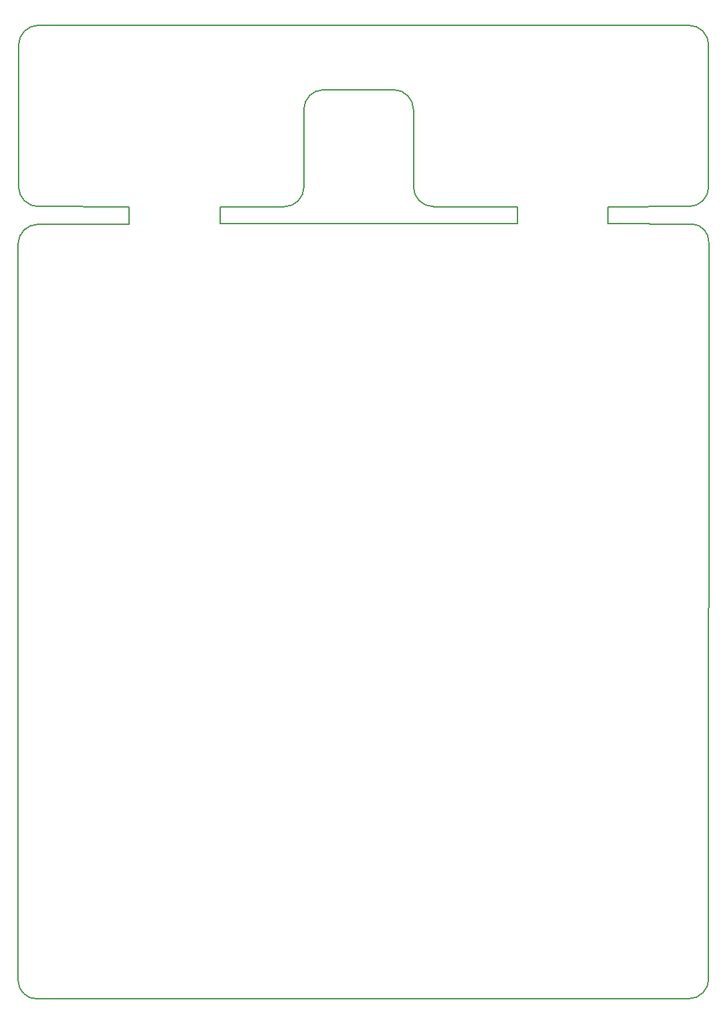
<source format=gbr>
%TF.GenerationSoftware,KiCad,Pcbnew,(6.0.11)*%
%TF.CreationDate,2023-04-25T11:56:07-03:00*%
%TF.ProjectId,Placa Base Xplorer Raspberry pi pico V3A,506c6163-6120-4426-9173-652058706c6f,rev?*%
%TF.SameCoordinates,Original*%
%TF.FileFunction,Profile,NP*%
%FSLAX46Y46*%
G04 Gerber Fmt 4.6, Leading zero omitted, Abs format (unit mm)*
G04 Created by KiCad (PCBNEW (6.0.11)) date 2023-04-25 11:56:07*
%MOMM*%
%LPD*%
G01*
G04 APERTURE LIST*
%TA.AperFunction,Profile*%
%ADD10C,0.200000*%
%TD*%
G04 APERTURE END LIST*
D10*
X173463949Y-156311585D02*
G75*
G03*
X176003949Y-153753563I-18149J2558085D01*
G01*
X176022000Y-60096400D02*
X176003949Y-153753563D01*
X173463949Y-156311600D02*
X90486000Y-156321285D01*
X138421898Y-52971454D02*
X138430001Y-43180000D01*
X121942901Y-55530460D02*
X113792000Y-55575200D01*
X163195000Y-55575200D02*
X163195000Y-57658000D01*
X90696051Y-32430651D02*
G75*
G03*
X88156051Y-34970648I-51J-2539949D01*
G01*
X88156054Y-52968546D02*
G75*
G03*
X90696051Y-55508546I2540046J46D01*
G01*
X88098371Y-154037638D02*
G75*
G03*
X90486000Y-156321285I2358829J76238D01*
G01*
X176003952Y-34970648D02*
G75*
G03*
X173463949Y-32430648I-2540052J-52D01*
G01*
X90696051Y-32430648D02*
X173463949Y-32430648D01*
X151638000Y-55575200D02*
X140961898Y-55511454D01*
X102235000Y-55575200D02*
X102235000Y-57759600D01*
X121942901Y-55530501D02*
G75*
G03*
X124482901Y-52990460I-1J2540001D01*
G01*
X138421946Y-52971454D02*
G75*
G03*
X140961898Y-55511454I2539954J-46D01*
G01*
X124460000Y-43180000D02*
X124482901Y-52990460D01*
X90627200Y-57759600D02*
X102235000Y-57759600D01*
X173463949Y-55508546D02*
X163195000Y-55575200D01*
X102235000Y-55575200D02*
X90696051Y-55508546D01*
X173848800Y-57720837D02*
X163195000Y-57658000D01*
X135890001Y-40640000D02*
X126999999Y-40640000D01*
X90627200Y-57759646D02*
G75*
G03*
X88098400Y-60210037I0J-2530054D01*
G01*
X88098400Y-154037637D02*
X88098400Y-60210037D01*
X138430000Y-43180000D02*
G75*
G03*
X135890001Y-40640000I-2540000J0D01*
G01*
X127000000Y-40640000D02*
G75*
G03*
X124460000Y-43180000I0J-2540000D01*
G01*
X151638000Y-55575200D02*
X151638000Y-57658000D01*
X173463949Y-55508549D02*
G75*
G03*
X176003949Y-52968546I-49J2540049D01*
G01*
X113792000Y-57658000D02*
X151638000Y-57658000D01*
X88156051Y-52968546D02*
X88156051Y-34970648D01*
X113792000Y-55575200D02*
X113792000Y-57658000D01*
X176022078Y-60096404D02*
G75*
G03*
X173848800Y-57720837I-2261678J112804D01*
G01*
X176003949Y-34970648D02*
X176003949Y-52968546D01*
M02*

</source>
